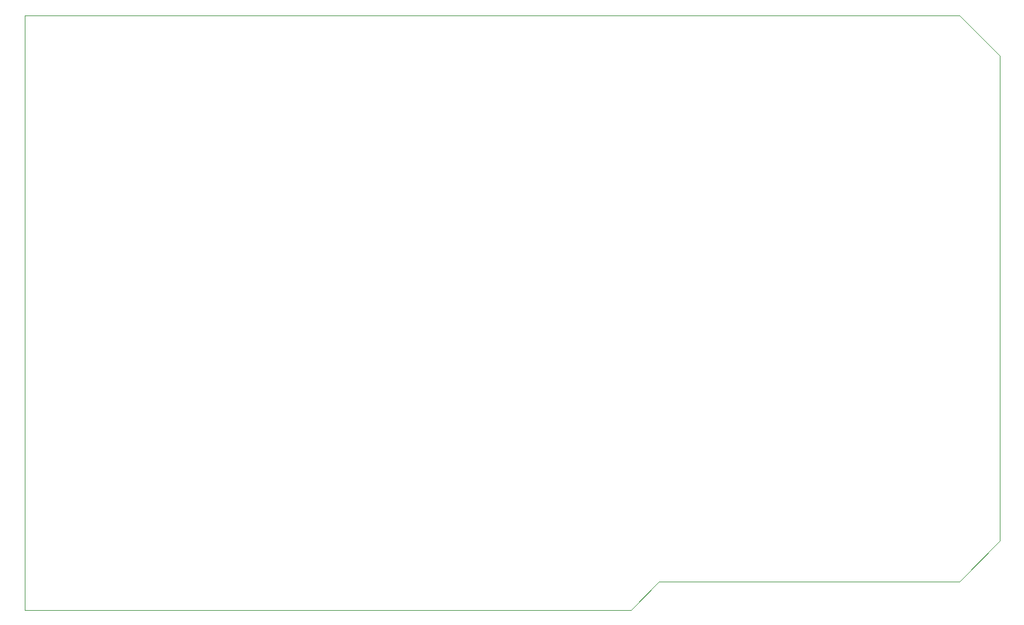
<source format=gm1>
G04 #@! TF.GenerationSoftware,KiCad,Pcbnew,5.1.6-c6e7f7d~87~ubuntu18.04.1*
G04 #@! TF.CreationDate,2020-08-07T10:09:02+01:00*
G04 #@! TF.ProjectId,arktika-fpga,61726b74-696b-4612-9d66-7067612e6b69,rev?*
G04 #@! TF.SameCoordinates,Original*
G04 #@! TF.FileFunction,Profile,NP*
%FSLAX46Y46*%
G04 Gerber Fmt 4.6, Leading zero omitted, Abs format (unit mm)*
G04 Created by KiCad (PCBNEW 5.1.6-c6e7f7d~87~ubuntu18.04.1) date 2020-08-07 10:09:02*
%MOMM*%
%LPD*%
G01*
G04 APERTURE LIST*
G04 #@! TA.AperFunction,Profile*
%ADD10C,0.050000*%
G04 #@! TD*
G04 APERTURE END LIST*
D10*
X217540000Y-63090000D02*
X212010000Y-57580000D01*
X207000000Y-134990000D02*
X212030000Y-134990000D01*
X212030000Y-134990000D02*
X217540000Y-129460000D01*
X217540000Y-63090000D02*
X217540000Y-129460000D01*
X167150000Y-138870000D02*
X84328000Y-138874500D01*
X171010000Y-135000000D02*
X207000000Y-134990000D01*
X167150000Y-138870000D02*
X171010000Y-135000000D01*
X84328000Y-57594500D02*
X212010000Y-57580000D01*
X84328000Y-57594500D02*
X84328000Y-138874500D01*
M02*

</source>
